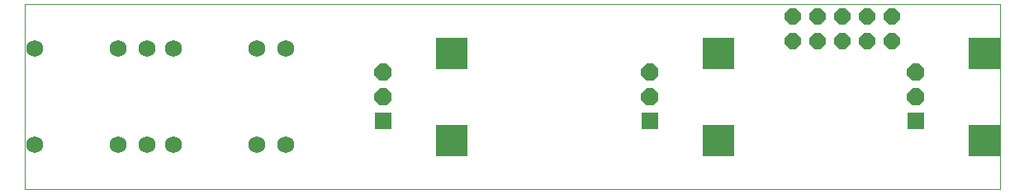
<source format=gbs>
G75*
%MOIN*%
%OFA0B0*%
%FSLAX24Y24*%
%IPPOS*%
%LPD*%
%AMOC8*
5,1,8,0,0,1.08239X$1,22.5*
%
%ADD10C,0.0000*%
%ADD11R,0.0700X0.0700*%
%ADD12OC8,0.0700*%
%ADD13R,0.1267X0.1267*%
%ADD14C,0.0690*%
%ADD15OC8,0.0640*%
D10*
X001160Y002930D02*
X001160Y010430D01*
X040530Y010430D01*
X040530Y002930D01*
X001160Y002930D01*
D11*
X015654Y005696D03*
X026404Y005696D03*
X037154Y005696D03*
D12*
X037154Y006680D03*
X037154Y007664D03*
X026404Y007664D03*
X026404Y006680D03*
X015654Y006680D03*
X015654Y007664D03*
D13*
X018410Y008452D03*
X029160Y008452D03*
X039910Y008452D03*
X039910Y004908D03*
X029160Y004908D03*
X018410Y004908D03*
D14*
X011719Y004730D03*
X010538Y004730D03*
X007191Y004730D03*
X006119Y004730D03*
X004938Y004730D03*
X001591Y004730D03*
X001591Y008630D03*
X004938Y008630D03*
X006119Y008630D03*
X007191Y008630D03*
X010538Y008630D03*
X011719Y008630D03*
D15*
X032160Y008930D03*
X033160Y008930D03*
X034160Y008930D03*
X035160Y008930D03*
X036160Y008930D03*
X036160Y009930D03*
X035160Y009930D03*
X034160Y009930D03*
X033160Y009930D03*
X032160Y009930D03*
M02*

</source>
